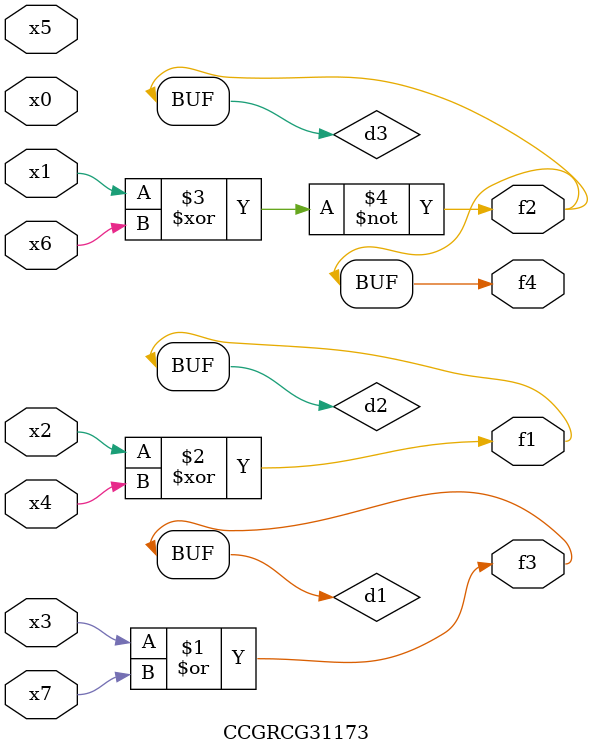
<source format=v>
module CCGRCG31173(
	input x0, x1, x2, x3, x4, x5, x6, x7,
	output f1, f2, f3, f4
);

	wire d1, d2, d3;

	or (d1, x3, x7);
	xor (d2, x2, x4);
	xnor (d3, x1, x6);
	assign f1 = d2;
	assign f2 = d3;
	assign f3 = d1;
	assign f4 = d3;
endmodule

</source>
